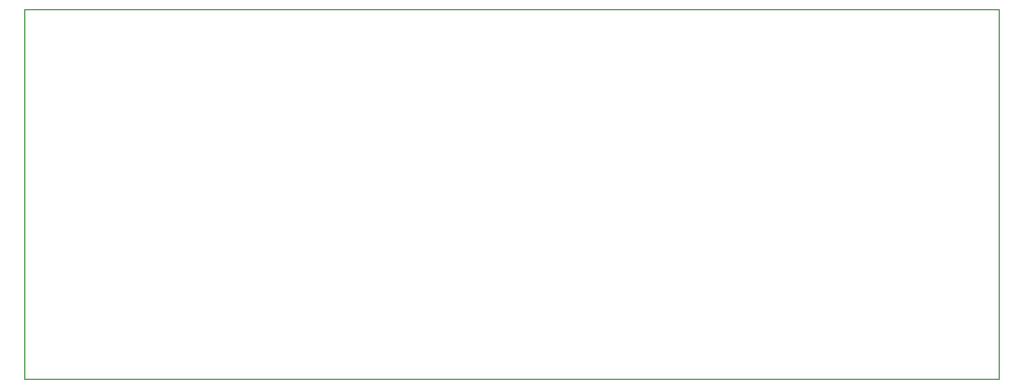
<source format=gbr>
%TF.GenerationSoftware,KiCad,Pcbnew,7.0.7*%
%TF.CreationDate,2023-09-20T11:02:49-05:00*%
%TF.ProjectId,SCR,5343522e-6b69-4636-9164-5f7063625858,rev?*%
%TF.SameCoordinates,Original*%
%TF.FileFunction,Profile,NP*%
%FSLAX46Y46*%
G04 Gerber Fmt 4.6, Leading zero omitted, Abs format (unit mm)*
G04 Created by KiCad (PCBNEW 7.0.7) date 2023-09-20 11:02:49*
%MOMM*%
%LPD*%
G01*
G04 APERTURE LIST*
%TA.AperFunction,Profile*%
%ADD10C,0.300000*%
%TD*%
G04 APERTURE END LIST*
D10*
X68314000Y-197528000D02*
X358314000Y-197528000D01*
X358314000Y-197528000D02*
X358314000Y-87528000D01*
X358314000Y-87528000D02*
X68314000Y-87528000D01*
X68314000Y-87528000D02*
X68314000Y-197528000D01*
M02*

</source>
